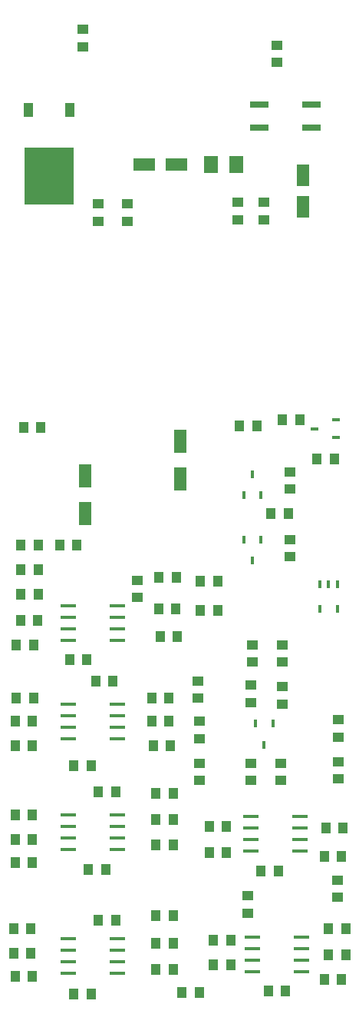
<source format=gtp>
G04 DipTrace 4.1.3.1*
G04 uTemp1.2.GTP*
%MOIN*%
G04 #@! TF.FileFunction,Paste,Top*
G04 #@! TF.Part,Single*
%AMOUTLINE0*
4,1,4,
-0.019685,-0.031496,
0.019685,-0.031496,
0.019685,0.031496,
-0.019685,0.031496,
-0.019685,-0.031496,
0*%
%AMOUTLINE1*
4,1,4,
-0.106299,-0.122047,
0.106299,-0.122047,
0.106299,0.122047,
-0.106299,0.122047,
-0.106299,-0.122047,
0*%
%AMOUTLINE3*
4,1,4,
-0.031496,-0.035492,
0.031496,-0.035492,
0.031496,0.035492,
-0.031496,0.035492,
-0.031496,-0.035492,
0*%
%ADD63R,0.033339X0.017591*%
%ADD65R,0.015622X0.035307*%
%ADD69R,0.07074X0.015622*%
%ADD75R,0.017591X0.033339*%
%ADD84R,0.078614X0.03137*%
%ADD90R,0.092394X0.054992*%
%ADD92R,0.051055X0.043181*%
%ADD94R,0.054992X0.092394*%
%ADD96R,0.043181X0.051055*%
%ADD98R,0.056961X0.104205*%
%ADD104OUTLINE0*%
%ADD105OUTLINE1*%
%ADD107OUTLINE3*%
%FSLAX26Y26*%
G04*
G70*
G90*
G75*
G01*
G04 TopPaste*
%LPD*%
D98*
X1173412Y2681589D3*
Y2846943D3*
X760912Y2696943D3*
Y2531589D3*
D96*
X535912Y1962839D3*
X461109D3*
X1160912Y2000339D3*
X1086109D3*
X1335716Y2237839D3*
X1260913D3*
X1523510Y981490D3*
X1598313D3*
D94*
X1704662Y3862839D3*
Y4000635D3*
D96*
X1642162Y2531589D3*
X1567359D3*
X1554662Y462839D3*
X1629465D3*
D92*
X985912Y2169089D3*
Y2243892D3*
D96*
X773413Y987839D3*
X848216D3*
X817162Y1325339D3*
X891965D3*
X817261Y768990D3*
X892064D3*
X1617263Y2937738D3*
X1692067D3*
X711010Y450241D3*
X785813D3*
X804761Y1806490D3*
X879564D3*
X711010Y1437741D3*
X785813D3*
X648609Y2394089D3*
X723412D3*
X766965Y1900339D3*
X692162D3*
D92*
X1860912Y1562839D3*
Y1637642D3*
D90*
X1017162Y4044089D3*
X1154958D3*
D92*
X1248510Y1731687D3*
Y1806490D3*
D96*
X1504664Y2912839D3*
X1429860D3*
D92*
X1535912Y3806589D3*
Y3881392D3*
X817162Y3800339D3*
Y3875142D3*
X1592118Y4562401D3*
Y4487598D3*
D96*
X567162Y2906589D3*
X492359D3*
D84*
X1742102Y4206188D3*
Y4306188D3*
X1517299D3*
Y4206188D3*
D104*
X692196Y4281628D3*
X512669D3*
D105*
X602433Y3994226D3*
D75*
X1448412Y2612838D3*
X1523215D3*
X1485813Y2703389D3*
X1523412Y2419089D3*
X1448609D3*
X1486010Y2328537D3*
D96*
X1123216Y1731589D3*
X1048413D3*
X460913D3*
X535716D3*
X1048413Y1631589D3*
X1123216D3*
X1129465Y1525339D3*
X1054662D3*
X529662Y1631589D3*
X454859D3*
X454662Y1525339D3*
X529465D3*
X1142162Y1319090D3*
X1067359D3*
X1067162Y1206590D3*
X1141965D3*
Y1094089D3*
X1067162D3*
X454859Y1225339D3*
X529662D3*
X529465Y1119089D3*
X454662D3*
X529662Y1019089D3*
X454859D3*
D92*
X1617064Y1706687D3*
Y1781490D3*
X1617162Y1962642D3*
Y1887839D3*
X1479564Y1712938D3*
Y1787741D3*
X1485912Y1962642D3*
Y1887839D3*
X1648412Y2712839D3*
Y2638036D3*
Y2344285D3*
Y2419089D3*
D96*
X1142162Y787839D3*
X1067359D3*
Y669089D3*
X1142162D3*
D92*
X1854662Y869089D3*
Y943892D3*
D96*
X1873216Y1044089D3*
X1798413D3*
X1804761Y1168990D3*
X1879564D3*
D92*
X1860912Y1456589D3*
Y1381785D3*
X1467162Y800339D3*
Y875142D3*
D96*
X1298510Y1062741D3*
X1373313D3*
Y1175241D3*
X1298510D3*
D92*
X1479662Y1450338D3*
Y1375535D3*
D96*
X1798413Y512839D3*
X1873216D3*
X1892162Y619089D3*
X1817359D3*
X1817162Y731589D3*
X1891965D3*
D92*
X1610912Y1450338D3*
Y1375535D3*
D96*
X1254662Y456589D3*
X1179859D3*
X1317259Y575241D3*
X1392063D3*
Y681490D3*
X1317259D3*
D92*
X1254662Y1450338D3*
Y1375535D3*
Y1631589D3*
Y1556785D3*
X1423412Y3806589D3*
Y3881392D3*
X942162Y3800339D3*
Y3875142D3*
X748412Y4556589D3*
Y4631392D3*
D96*
X1142064Y556490D3*
X1067261D3*
X448413Y731589D3*
X523216D3*
Y625339D3*
X448413D3*
X454662Y525339D3*
X529465D3*
X479859Y2394089D3*
X554662D3*
Y2287839D3*
X479859D3*
X554662Y2181589D3*
X479859D3*
X479662Y2069089D3*
X554465D3*
X1154564Y2118990D3*
X1079761D3*
X1154662Y2256589D3*
X1079859D3*
X1260913Y2112839D3*
X1335716D3*
D107*
X1417162Y4044089D3*
X1305194D3*
D69*
X898511Y1556589D3*
Y1606589D3*
Y1656589D3*
Y1706589D3*
X685913D3*
Y1656589D3*
Y1606589D3*
Y1556589D3*
X898510Y1075339D3*
Y1125339D3*
Y1175339D3*
Y1225339D3*
X685912D3*
Y1175339D3*
Y1125339D3*
Y1075339D3*
X1692211Y1069138D3*
Y1119138D3*
Y1169138D3*
Y1219138D3*
X1479612D3*
Y1169138D3*
Y1119138D3*
Y1069138D3*
D75*
X1574839Y1620712D3*
X1500036D3*
X1537438Y1530161D3*
D69*
X898511Y537839D3*
Y587839D3*
Y637839D3*
Y687839D3*
X685913D3*
Y637839D3*
Y587839D3*
Y537839D3*
X1698462Y544138D3*
Y594138D3*
Y644138D3*
Y694138D3*
X1485863D3*
Y644138D3*
Y594138D3*
Y544138D3*
X685913Y2131589D3*
Y2081589D3*
Y2031589D3*
Y1981589D3*
X898511D3*
Y2031589D3*
Y2081589D3*
Y2131589D3*
D65*
X1854662Y2225338D3*
X1817261D3*
X1779859D3*
Y2119039D3*
X1854662D3*
D96*
X1767194Y2768745D3*
X1841997D3*
D63*
X1848341Y2862579D3*
Y2937383D3*
X1757790Y2899981D3*
M02*

</source>
